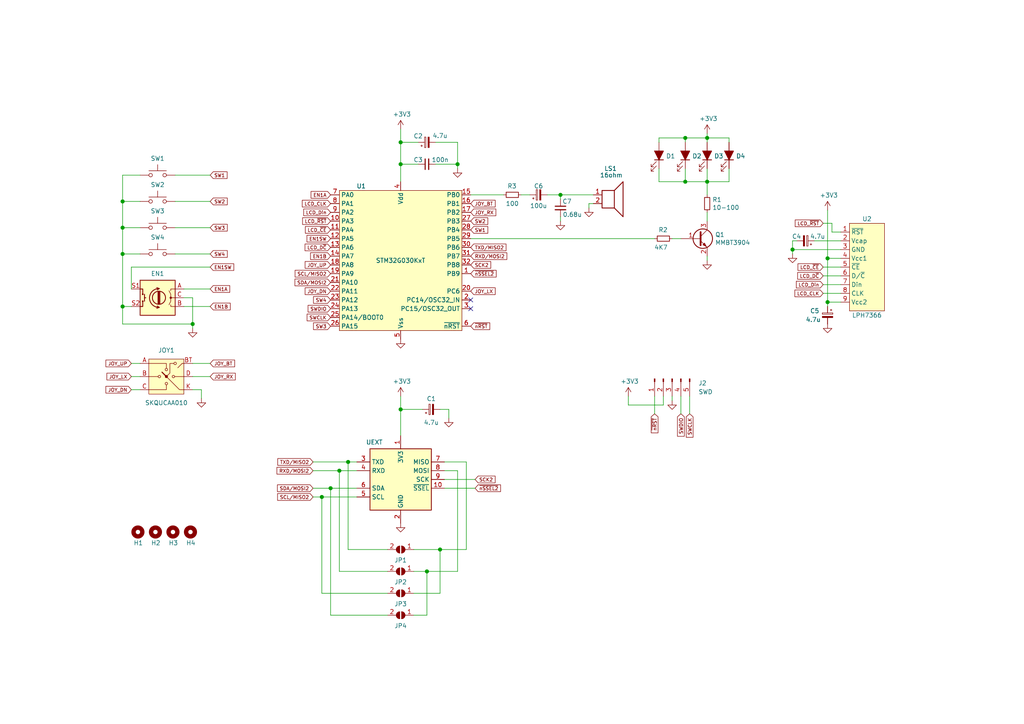
<source format=kicad_sch>
(kicad_sch (version 20201015) (generator eeschema)
  (page 1 1)
  (paper "A4")
  (title_block (title "Tosta") (date "2020-06-03") (rev "A") (comment 3 "Display: LPH7366 / Nokia 5110 LCD (PCD8544 driver)") (comment 4 "The ultimate front panel interface") (comment 5 "Output on"))
  (lib_symbols
    (symbol "Connector:Conn_01x05_Male" (pin_names (offset 1.016) hide)
      (property "Reference" "J" (at 0 7.62 0))
      (property "Value" "Conn_01x05_Male" (at 0 -7.62 0))
      (symbol "Conn_01x05_Male_1_1"
        (rectangle (start 0.8636 -4.953) (end 0 -5.207) (stroke (width 0.1524)) (fill (type outline)))
        (rectangle (start 0.8636 -2.413) (end 0 -2.667) (stroke (width 0.1524)) (fill (type outline)))
        (rectangle (start 0.8636 0.127) (end 0 -0.127) (stroke (width 0.1524)) (fill (type outline)))
        (rectangle (start 0.8636 2.667) (end 0 2.413) (stroke (width 0.1524)) (fill (type outline)))
        (rectangle (start 0.8636 5.207) (end 0 4.953) (stroke (width 0.1524)) (fill (type outline)))
        (polyline (pts (xy 1.27 -5.08) (xy 0.8636 -5.08)) (stroke (width 0.1524)))
        (polyline (pts (xy 1.27 -2.54) (xy 0.8636 -2.54)) (stroke (width 0.1524)))
        (polyline (pts (xy 1.27 0) (xy 0.8636 0)) (stroke (width 0.1524)))
        (polyline (pts (xy 1.27 2.54) (xy 0.8636 2.54)) (stroke (width 0.1524)))
        (polyline (pts (xy 1.27 5.08) (xy 0.8636 5.08)) (stroke (width 0.1524)))
        (pin passive line (at 5.08 5.08 180) (length 3.81) (name "Pin_1") (number "1"))
        (pin passive line (at 5.08 2.54 180) (length 3.81) (name "Pin_2") (number "2"))
        (pin passive line (at 5.08 0 180) (length 3.81) (name "Pin_3") (number "3"))
        (pin passive line (at 5.08 -2.54 180) (length 3.81) (name "Pin_4") (number "4"))
        (pin passive line (at 5.08 -5.08 180) (length 3.81) (name "Pin_5") (number "5"))
      )
    )
    (symbol "Connector:UEXT_Host"
      (property "Reference" "J" (at 5.08 10.16 0))
      (property "Value" "UEXT_Host" (at 6.35 -10.16 0))
      (symbol "UEXT_Host_1_1"
        (rectangle (start -8.89 8.89) (end 8.89 -8.89) (stroke (width 0.254)) (fill (type background)))
        (pin power_in line (at 0 12.7 270) (length 3.81) (name "3V3") (number "1"))
        (pin output line (at 12.7 -2.54 180) (length 3.81) (name "~SSEL") (number "10"))
        (pin power_in line (at 0 -12.7 90) (length 3.81) (name "GND") (number "2"))
        (pin output line (at -12.7 5.08 0) (length 3.81) (name "TXD") (number "3"))
        (pin input line (at -12.7 2.54 0) (length 3.81) (name "RXD") (number "4"))
        (pin output line (at -12.7 -5.08 0) (length 3.81) (name "SCL") (number "5"))
        (pin bidirectional line (at -12.7 -2.54 0) (length 3.81) (name "SDA") (number "6"))
        (pin output line (at 12.7 5.08 180) (length 3.81) (name "MISO") (number "7"))
        (pin input line (at 12.7 2.54 180) (length 3.81) (name "MOSI") (number "8"))
        (pin output line (at 12.7 0 180) (length 3.81) (name "SCK") (number "9"))
      )
    )
    (symbol "Device:CP_Small" (pin_numbers hide) (pin_names (offset 0.254) hide)
      (property "Reference" "C" (at 0.254 1.778 0))
      (property "Value" "CP_Small" (at 0.254 -2.032 0))
      (symbol "CP_Small_0_1"
        (rectangle (start -1.524 -0.3048) (end 1.524 -0.6858) (fill (type outline)))
        (rectangle (start -1.524 0.6858) (end 1.524 0.3048))
        (polyline (pts (xy -1.27 1.524) (xy -0.762 1.524)))
        (polyline (pts (xy -1.016 1.27) (xy -1.016 1.778)))
      )
      (symbol "CP_Small_1_1"
        (pin passive line (at 0 2.54 270) (length 1.8542) (name "~") (number "1"))
        (pin passive line (at 0 -2.54 90) (length 1.8542) (name "~") (number "2"))
      )
    )
    (symbol "Device:CP_Small_1" (pin_numbers hide) (pin_names (offset 0.254) hide)
      (property "Reference" "C" (at 0.254 1.778 0))
      (property "Value" "CP_Small" (at 0.254 -2.032 0))
      (symbol "CP_Small_1_0_1"
        (rectangle (start -1.524 -0.3048) (end 1.524 -0.6858) (fill (type outline)))
        (rectangle (start -1.524 0.6858) (end 1.524 0.3048))
        (polyline (pts (xy -1.27 1.524) (xy -0.762 1.524)))
        (polyline (pts (xy -1.016 1.27) (xy -1.016 1.778)))
      )
      (symbol "CP_Small_1_1_1"
        (pin passive line (at 0 2.54 270) (length 1.8542) (name "~") (number "1"))
        (pin passive line (at 0 -2.54 90) (length 1.8542) (name "~") (number "2"))
      )
    )
    (symbol "Device:CP_Small_2" (pin_numbers hide) (pin_names (offset 0.254) hide)
      (property "Reference" "C" (at 0.254 1.778 0))
      (property "Value" "CP_Small" (at 0.254 -2.032 0))
      (symbol "CP_Small_2_0_1"
        (rectangle (start -1.524 -0.3048) (end 1.524 -0.6858) (fill (type outline)))
        (rectangle (start -1.524 0.6858) (end 1.524 0.3048))
        (polyline (pts (xy -1.27 1.524) (xy -0.762 1.524)))
        (polyline (pts (xy -1.016 1.27) (xy -1.016 1.778)))
      )
      (symbol "CP_Small_2_1_1"
        (pin passive line (at 0 2.54 270) (length 1.8542) (name "~") (number "1"))
        (pin passive line (at 0 -2.54 90) (length 1.8542) (name "~") (number "2"))
      )
    )
    (symbol "Device:C_Small" (pin_numbers hide) (pin_names (offset 0.254) hide)
      (property "Reference" "C" (at 0.254 1.778 0))
      (property "Value" "C_Small" (at 0.254 -2.032 0))
      (symbol "C_Small_0_1"
        (polyline (pts (xy -1.524 -0.508) (xy 1.524 -0.508)) (stroke (width 0.3302)))
        (polyline (pts (xy -1.524 0.508) (xy 1.524 0.508)) (stroke (width 0.3048)))
      )
      (symbol "C_Small_1_1"
        (pin passive line (at 0 2.54 270) (length 2.032) (name "~") (number "1"))
        (pin passive line (at 0 -2.54 90) (length 2.032) (name "~") (number "2"))
      )
    )
    (symbol "Device:LED_ALT" (pin_numbers hide) (pin_names hide)
      (property "Reference" "D" (at 0 2.54 0))
      (property "Value" "LED_ALT" (at 0 -2.54 0))
      (symbol "LED_ALT_0_1"
        (polyline (pts (xy -1.27 -1.27) (xy -1.27 1.27)) (stroke (width 0.254)))
        (polyline (pts (xy -1.27 0) (xy 1.27 0)))
        (polyline (pts (xy 1.27 -1.27) (xy 1.27 1.27) (xy -1.27 0) (xy 1.27 -1.27)) (stroke (width 0.254)) (fill (type outline)))
        (polyline (pts (xy -3.048 -0.762) (xy -4.572 -2.286) (xy -3.81 -2.286) (xy -4.572 -2.286) (xy -4.572 -1.524)))
        (polyline (pts (xy -1.778 -0.762) (xy -3.302 -2.286) (xy -2.54 -2.286) (xy -3.302 -2.286) (xy -3.302 -1.524)))
      )
      (symbol "LED_ALT_1_1"
        (pin passive line (at -3.81 0 0) (length 2.54) (name "K") (number "1"))
        (pin passive line (at 3.81 0 180) (length 2.54) (name "A") (number "2"))
      )
    )
    (symbol "Device:R_Small" (pin_numbers hide) (pin_names (offset 0.254) hide)
      (property "Reference" "R" (at 0.762 0.508 0))
      (property "Value" "R_Small" (at 0.762 -1.016 0))
      (symbol "R_Small_0_1"
        (rectangle (start -0.762 1.778) (end 0.762 -1.778) (stroke (width 0.2032)))
      )
      (symbol "R_Small_1_1"
        (pin passive line (at 0 2.54 270) (length 0.762) (name "~") (number "1"))
        (pin passive line (at 0 -2.54 90) (length 0.762) (name "~") (number "2"))
      )
    )
    (symbol "Device:Rotary_Encoder_Switch" (pin_names (offset 0.254) hide)
      (property "Reference" "SW" (at 0 6.604 0))
      (property "Value" "Rotary_Encoder_Switch" (at 0 -6.604 0))
      (symbol "Rotary_Encoder_Switch_0_1"
        (arc (start -0.381 -2.794) (end -0.381 2.667) (radius (at -0.381 -0.0508) (length 2.7432) (angles -89.9 89.9)) (stroke (width 0.254)))
        (circle (center -3.81 0) (radius 0.254) (fill (type outline)))
        (circle (center -0.381 0) (radius 1.905) (stroke (width 0.254)))
        (circle (center 4.318 -1.016) (radius 0.127) (stroke (width 0.254)))
        (circle (center 4.318 1.016) (radius 0.127) (stroke (width 0.254)))
        (rectangle (start -5.08 5.08) (end 5.08 -5.08) (stroke (width 0.254)) (fill (type background)))
        (polyline (pts (xy -0.635 -1.778) (xy -0.635 1.778)) (stroke (width 0.254)))
        (polyline (pts (xy -0.381 -1.778) (xy -0.381 1.778)) (stroke (width 0.254)))
        (polyline (pts (xy -0.127 1.778) (xy -0.127 -1.778)) (stroke (width 0.254)))
        (polyline (pts (xy 3.81 0) (xy 3.429 0)) (stroke (width 0.254)))
        (polyline (pts (xy 3.81 1.016) (xy 3.81 -1.016)) (stroke (width 0.254)))
        (polyline (pts (xy -5.08 -2.54) (xy -3.81 -2.54) (xy -3.81 -2.032)))
        (polyline (pts (xy -5.08 2.54) (xy -3.81 2.54) (xy -3.81 2.032)))
        (polyline (pts (xy 0.254 -3.048) (xy -0.508 -2.794) (xy 0.127 -2.413)) (stroke (width 0.254)))
        (polyline (pts (xy 0.254 2.921) (xy -0.508 2.667) (xy 0.127 2.286)) (stroke (width 0.254)))
        (polyline (pts (xy 5.08 -2.54) (xy 4.318 -2.54) (xy 4.318 -1.016)) (stroke (width 0.254)))
        (polyline (pts (xy 5.08 2.54) (xy 4.318 2.54) (xy 4.318 1.016)) (stroke (width 0.254)))
        (polyline (pts (xy -5.08 0) (xy -3.81 0) (xy -3.81 -1.016) (xy -3.302 -2.032)))
        (polyline (pts (xy -4.318 0) (xy -3.81 0) (xy -3.81 1.016) (xy -3.302 2.032)))
      )
      (symbol "Rotary_Encoder_Switch_1_1"
        (pin passive line (at -7.62 2.54 0) (length 2.54) (name "A") (number "A"))
        (pin passive line (at -7.62 -2.54 0) (length 2.54) (name "B") (number "B"))
        (pin passive line (at -7.62 0 0) (length 2.54) (name "C") (number "C"))
        (pin passive line (at 7.62 2.54 180) (length 2.54) (name "S1") (number "S1"))
        (pin passive line (at 7.62 -2.54 180) (length 2.54) (name "S2") (number "S2"))
      )
    )
    (symbol "Device:Speaker" (pin_names (offset 0) hide)
      (property "Reference" "LS" (at 1.27 5.715 0))
      (property "Value" "Speaker" (at 1.27 3.81 0))
      (symbol "Speaker_0_0"
        (rectangle (start -2.54 1.27) (end 1.016 -3.81) (stroke (width 0.254)))
        (polyline (pts (xy 1.016 1.27) (xy 3.556 3.81) (xy 3.556 -6.35) (xy 1.016 -3.81)) (stroke (width 0.254)))
      )
      (symbol "Speaker_1_1"
        (pin input line (at -5.08 0 0) (length 2.54) (name "1") (number "1"))
        (pin input line (at -5.08 -2.54 0) (length 2.54) (name "2") (number "2"))
      )
    )
    (symbol "Jumper:SolderJumper_2_Open" (pin_names (offset 0) hide)
      (property "Reference" "JP" (at 0 2.032 0))
      (property "Value" "SolderJumper_2_Open" (at 0 -2.54 0))
      (symbol "SolderJumper_2_Open_0_1"
        (arc (start -0.254 1.016) (end -0.254 -1.016) (radius (at -0.254 0) (length 1.016) (angles 90.1 -90.1)))
        (arc (start -0.254 1.016) (end -0.254 -1.016) (radius (at -0.254 0) (length 1.016) (angles 90.1 -90.1)) (fill (type outline)))
        (arc (start 0.254 -1.016) (end 0.254 1.016) (radius (at 0.254 0) (length 1.016) (angles -89.9 89.9)))
        (arc (start 0.254 -1.016) (end 0.254 1.016) (radius (at 0.254 0) (length 1.016) (angles -89.9 89.9)) (fill (type outline)))
        (polyline (pts (xy -0.254 1.016) (xy -0.254 -1.016)))
        (polyline (pts (xy 0.254 1.016) (xy 0.254 -1.016)))
      )
      (symbol "SolderJumper_2_Open_1_1"
        (pin passive line (at -3.81 0 0) (length 2.54) (name "A") (number "1"))
        (pin passive line (at 3.81 0 180) (length 2.54) (name "B") (number "2"))
      )
    )
    (symbol "Mechanical:MountingHole" (pin_names (offset 1.016))
      (property "Reference" "H" (at 0 5.08 0))
      (property "Value" "MountingHole" (at 0 3.175 0))
      (symbol "MountingHole_0_1"
        (circle (center 0 0) (radius 1.27) (stroke (width 1.27)))
      )
    )
    (symbol "Switch:SW_Push" (pin_numbers hide) (pin_names hide)
      (property "Reference" "SW" (at 1.27 2.54 0))
      (property "Value" "SW_Push" (at 0 -1.524 0))
      (symbol "SW_Push_0_1"
        (circle (center -2.032 0) (radius 0.508))
        (circle (center 2.032 0) (radius 0.508))
        (polyline (pts (xy 0 1.27) (xy 0 3.048)))
        (polyline (pts (xy 2.54 1.27) (xy -2.54 1.27)))
        (pin passive line (at -5.08 0 0) (length 2.54) (name "1") (number "1"))
        (pin passive line (at 5.08 0 180) (length 2.54) (name "2") (number "2"))
      )
    )
    (symbol "Transistor_BJT:MMBT3904" (pin_names (offset 0) hide)
      (property "Reference" "Q" (at 5.08 1.905 0))
      (property "Value" "MMBT3904" (at 5.08 0 0))
      (symbol "MMBT3904_0_1"
        (circle (center 1.27 0) (radius 2.8194) (stroke (width 0.254)))
        (polyline (pts (xy 0.635 0.635) (xy 2.54 2.54)))
        (polyline (pts (xy 0.635 -0.635) (xy 2.54 -2.54) (xy 2.54 -2.54)))
        (polyline (pts (xy 0.635 1.905) (xy 0.635 -1.905) (xy 0.635 -1.905)) (stroke (width 0.508)))
        (polyline (pts (xy 1.27 -1.778) (xy 1.778 -1.27) (xy 2.286 -2.286) (xy 1.27 -1.778) (xy 1.27 -1.778)) (fill (type outline)))
      )
      (symbol "MMBT3904_1_1"
        (pin input line (at -5.08 0 0) (length 5.715) (name "B") (number "1"))
        (pin passive line (at 2.54 -5.08 90) (length 2.54) (name "E") (number "2"))
        (pin passive line (at 2.54 5.08 270) (length 2.54) (name "C") (number "3"))
      )
    )
    (symbol "power:+3.3V" (power) (pin_names (offset 0))
      (property "Value" "+3.3V" (at 0 3.556 0))
      (symbol "+3.3V_0_1"
        (polyline (pts (xy -0.762 1.27) (xy 0 2.54)))
        (polyline (pts (xy 0 0) (xy 0 2.54)))
        (polyline (pts (xy 0 2.54) (xy 0.762 1.27)))
      )
      (symbol "+3.3V_1_1"
        (pin power_in line (at 0 0 90) (length 0) hide (name "+3V3") (number "1"))
      )
    )
    (symbol "power:GND" (power) (pin_names (offset 0))
      (property "Value" "GND" (at 0 -3.81 0))
      (symbol "GND_0_1"
        (polyline (pts (xy 0 0) (xy 0 -1.27) (xy 1.27 -1.27) (xy 0 -2.54) (xy -1.27 -1.27) (xy 0 -1.27)))
      )
      (symbol "GND_1_1"
        (pin power_in line (at 0 0 270) (length 0) hide (name "GND") (number "1"))
      )
    )
    (symbol "tosta:LPH7366"
      (property "Reference" "U" (at 0 -13.97 0))
      (property "Value" "LPH7366" (at 0 13.97 0))
      (symbol "LPH7366_0_1"
        (rectangle (start -5.08 12.7) (end 5.08 -12.7) (fill (type background)))
      )
      (symbol "LPH7366_1_1"
        (pin input line (at -7.62 10.16 0) (length 2.54) (name "~RST") (number "1"))
        (pin passive line (at -7.62 7.62 0) (length 2.54) (name "Vcap") (number "2"))
        (pin passive line (at -7.62 5.08 0) (length 2.54) (name "GND") (number "3"))
        (pin passive line (at -7.62 2.54 0) (length 2.54) (name "Vcc1") (number "4"))
        (pin input line (at -7.62 0 0) (length 2.54) (name "~CE") (number "5"))
        (pin input line (at -7.62 -2.54 0) (length 2.54) (name "D/~C") (number "6"))
        (pin input line (at -7.62 -5.08 0) (length 2.54) (name "Din") (number "7"))
        (pin input line (at -7.62 -7.62 0) (length 2.54) (name "CLK") (number "8"))
        (pin passive line (at -7.62 -10.16 0) (length 2.54) (name "Vcc2") (number "9"))
      )
    )
    (symbol "tosta:SKQUCAA010"
      (property "Reference" "SW" (at 0 7.62 0))
      (property "Value" "SKQUCAA010" (at 0 -7.62 0))
      (symbol "SKQUCAA010_0_1"
        (circle (center -2.032 0) (radius 0.3592) (stroke (width 0.152)))
        (circle (center 0 -2.032) (radius 0.3592) (stroke (width 0.152)))
        (circle (center 0 2.032) (radius 0.3592) (stroke (width 0.152)))
        (circle (center 2.032 0) (radius 0.3592) (stroke (width 0.152)))
        (circle (center 2.54 3.81) (radius 0.3592) (stroke (width 0.152)))
        (circle (center 0 0) (radius 0.3592) (stroke (width 0.152)) (fill (type outline)))
        (rectangle (start -5.08 5.08) (end 5.08 -5.08) (stroke (width 0.152)) (fill (type background)))
        (polyline (pts (xy -5.08 0) (xy -2.413 0)))
        (polyline (pts (xy 0 0) (xy -1.27 1.27)) (stroke (width 0.304)))
        (polyline (pts (xy 4.572 3.81) (xy 3.302 2.54)))
        (polyline (pts (xy 5.08 0) (xy 2.413 0)))
        (polyline (pts (xy 5.08 3.81) (xy 4.572 3.81)))
        (polyline (pts (xy -5.08 -3.81) (xy 0 -3.81) (xy 0 -2.413)))
        (polyline (pts (xy -5.08 3.81) (xy 0 3.81) (xy 0 2.413)))
        (polyline (pts (xy 5.08 -3.81) (xy 3.81 -3.81) (xy 0 0)))
        (polyline (pts (xy 0 0) (xy 1.016 1.016) (xy 1.016 3.81) (xy 2.159 3.81)))
      )
      (symbol "SKQUCAA010_1_1"
        (pin passive line (at -7.62 3.81 0) (length 2.54) (name "~") (number "A"))
        (pin passive line (at -7.62 0 0) (length 2.54) (name "~") (number "B"))
        (pin passive line (at 7.62 3.81 180) (length 2.54) (name "~") (number "BT"))
        (pin passive line (at -7.62 -3.81 0) (length 2.54) (name "~") (number "C"))
        (pin passive line (at 7.62 0 180) (length 2.54) (name "~") (number "D"))
        (pin passive line (at 7.62 -3.81 180) (length 2.54) (name "~") (number "K"))
      )
    )
    (symbol "tosta:STM32G030KxT"
      (property "Reference" "U" (at -16.51 -21.59 0))
      (property "Value" "STM32G030KxT" (at 0 0 0))
      (symbol "STM32G030KxT_0_1"
        (rectangle (start -17.78 20.32) (end 17.78 -20.32) (fill (type background)))
      )
      (symbol "STM32G030KxT_1_1"
        (pin passive line (at 20.32 -3.81 180) (length 2.54) (name "PB9") (number "1"))
        (pin passive line (at -20.32 11.43 0) (length 2.54) (name "PA3") (number "10"))
        (pin passive line (at -20.32 8.89 0) (length 2.54) (name "PA4") (number "11"))
        (pin passive line (at -20.32 6.35 0) (length 2.54) (name "PA5") (number "12"))
        (pin passive line (at -20.32 3.81 0) (length 2.54) (name "PA6") (number "13"))
        (pin passive line (at -20.32 1.27 0) (length 2.54) (name "PA7") (number "14"))
        (pin passive line (at 20.32 19.05 180) (length 2.54) (name "PB0") (number "15"))
        (pin passive line (at 20.32 16.51 180) (length 2.54) (name "PB1") (number "16"))
        (pin passive line (at 20.32 13.97 180) (length 2.54) (name "PB2") (number "17"))
        (pin passive line (at -20.32 -1.27 0) (length 2.54) (name "PA8") (number "18"))
        (pin passive line (at -20.32 -3.81 0) (length 2.54) (name "PA9") (number "19"))
        (pin passive line (at 20.32 -11.43 180) (length 2.54) (name "PC14/OSC32_IN") (number "2"))
        (pin passive line (at 20.32 -8.89 180) (length 2.54) (name "PC6") (number "20"))
        (pin passive line (at -20.32 -6.35 0) (length 2.54) (name "PA10") (number "21"))
        (pin passive line (at -20.32 -8.89 0) (length 2.54) (name "PA11") (number "22"))
        (pin passive line (at -20.32 -11.43 0) (length 2.54) (name "PA12") (number "23"))
        (pin passive line (at -20.32 -13.97 0) (length 2.54) (name "PA13") (number "24"))
        (pin passive line (at -20.32 -16.51 0) (length 2.54) (name "PA14/BOOT0") (number "25"))
        (pin passive line (at -20.32 -19.05 0) (length 2.54) (name "PA15") (number "26"))
        (pin passive line (at 20.32 11.43 180) (length 2.54) (name "PB3") (number "27"))
        (pin passive line (at 20.32 8.89 180) (length 2.54) (name "PB4") (number "28"))
        (pin passive line (at 20.32 6.35 180) (length 2.54) (name "PB5") (number "29"))
        (pin passive line (at 20.32 -13.97 180) (length 2.54) (name "PC15/OSC32_OUT") (number "3"))
        (pin passive line (at 20.32 3.81 180) (length 2.54) (name "PB6") (number "30"))
        (pin passive line (at 20.32 1.27 180) (length 2.54) (name "PB7") (number "31"))
        (pin passive line (at 20.32 -1.27 180) (length 2.54) (name "PB8") (number "32"))
        (pin passive line (at 0 22.86 270) (length 2.54) (name "Vdd") (number "4"))
        (pin passive line (at 0 -22.86 90) (length 2.54) (name "Vss") (number "5"))
        (pin passive line (at 20.32 -19.05 180) (length 2.54) (name "~nRST") (number "6"))
        (pin passive line (at -20.32 19.05 0) (length 2.54) (name "PA0") (number "7"))
        (pin passive line (at -20.32 16.51 0) (length 2.54) (name "PA1") (number "8"))
        (pin passive line (at -20.32 13.97 0) (length 2.54) (name "PA2") (number "9"))
      )
    )
  )
  (junction (at 35.56 58.42) (diameter 1.016))
  (junction (at 35.56 66.04) (diameter 1.016))
  (junction (at 35.56 73.66) (diameter 1.016))
  (junction (at 35.56 88.9) (diameter 1.016))
  (junction (at 55.88 93.98) (diameter 1.016))
  (junction (at 93.345 144.145) (diameter 1.016))
  (junction (at 95.885 141.605) (diameter 1.016))
  (junction (at 98.425 136.525) (diameter 1.016))
  (junction (at 100.965 133.985) (diameter 1.016))
  (junction (at 116.205 41.275) (diameter 1.016))
  (junction (at 116.205 47.625) (diameter 1.016))
  (junction (at 116.205 118.745) (diameter 1.016))
  (junction (at 123.825 165.735) (diameter 1.016))
  (junction (at 127.635 159.385) (diameter 1.016))
  (junction (at 132.715 47.625) (diameter 1.016))
  (junction (at 162.56 56.515) (diameter 1.016))
  (junction (at 198.755 40.005) (diameter 1.016))
  (junction (at 198.755 52.705) (diameter 1.016))
  (junction (at 205.105 40.005) (diameter 1.016))
  (junction (at 205.105 52.705) (diameter 1.016))
  (junction (at 229.87 72.39) (diameter 1.016))
  (junction (at 240.03 74.93) (diameter 1.016))
  (junction (at 240.03 87.63) (diameter 1.016))
  (no_connect (at 136.525 86.995))
  (no_connect (at 136.525 89.535))
  (wire (pts (xy 35.56 50.8) (xy 35.56 58.42)))
  (wire (pts (xy 35.56 58.42) (xy 35.56 66.04)))
  (wire (pts (xy 35.56 66.04) (xy 35.56 73.66)))
  (wire (pts (xy 35.56 73.66) (xy 35.56 88.9)))
  (wire (pts (xy 35.56 88.9) (xy 35.56 93.98)))
  (wire (pts (xy 38.1 77.47) (xy 60.96 77.47)))
  (wire (pts (xy 38.1 83.82) (xy 38.1 77.47)))
  (wire (pts (xy 38.1 88.9) (xy 35.56 88.9)))
  (wire (pts (xy 38.1 105.41) (xy 40.64 105.41)))
  (wire (pts (xy 38.1 109.22) (xy 40.64 109.22)))
  (wire (pts (xy 38.1 113.03) (xy 40.64 113.03)))
  (wire (pts (xy 40.64 50.8) (xy 35.56 50.8)))
  (wire (pts (xy 40.64 58.42) (xy 35.56 58.42)))
  (wire (pts (xy 40.64 66.04) (xy 35.56 66.04)))
  (wire (pts (xy 40.64 73.66) (xy 35.56 73.66)))
  (wire (pts (xy 53.34 86.36) (xy 55.88 86.36)))
  (wire (pts (xy 55.88 86.36) (xy 55.88 93.98)))
  (wire (pts (xy 55.88 93.98) (xy 35.56 93.98)))
  (wire (pts (xy 55.88 93.98) (xy 55.88 95.25)))
  (wire (pts (xy 55.88 105.41) (xy 60.96 105.41)))
  (wire (pts (xy 55.88 109.22) (xy 60.96 109.22)))
  (wire (pts (xy 55.88 113.03) (xy 58.42 113.03)))
  (wire (pts (xy 58.42 113.03) (xy 58.42 115.57)))
  (wire (pts (xy 60.96 50.8) (xy 50.8 50.8)))
  (wire (pts (xy 60.96 58.42) (xy 50.8 58.42)))
  (wire (pts (xy 60.96 66.04) (xy 50.8 66.04)))
  (wire (pts (xy 60.96 73.66) (xy 50.8 73.66)))
  (wire (pts (xy 60.96 83.82) (xy 53.34 83.82)))
  (wire (pts (xy 60.96 88.9) (xy 53.34 88.9)))
  (wire (pts (xy 90.805 133.985) (xy 100.965 133.985)))
  (wire (pts (xy 90.805 136.525) (xy 98.425 136.525)))
  (wire (pts (xy 90.805 141.605) (xy 95.885 141.605)))
  (wire (pts (xy 90.805 144.145) (xy 93.345 144.145)))
  (wire (pts (xy 93.345 144.145) (xy 103.505 144.145)))
  (wire (pts (xy 93.345 172.085) (xy 93.345 144.145)))
  (wire (pts (xy 95.885 141.605) (xy 103.505 141.605)))
  (wire (pts (xy 95.885 178.435) (xy 95.885 141.605)))
  (wire (pts (xy 98.425 136.525) (xy 103.505 136.525)))
  (wire (pts (xy 98.425 165.735) (xy 98.425 136.525)))
  (wire (pts (xy 100.965 133.985) (xy 103.505 133.985)))
  (wire (pts (xy 100.965 159.385) (xy 100.965 133.985)))
  (wire (pts (xy 112.395 159.385) (xy 100.965 159.385)))
  (wire (pts (xy 112.395 165.735) (xy 98.425 165.735)))
  (wire (pts (xy 112.395 172.085) (xy 93.345 172.085)))
  (wire (pts (xy 112.395 178.435) (xy 95.885 178.435)))
  (wire (pts (xy 116.205 37.465) (xy 116.205 41.275)))
  (wire (pts (xy 116.205 41.275) (xy 116.205 47.625)))
  (wire (pts (xy 116.205 41.275) (xy 121.285 41.275)))
  (wire (pts (xy 116.205 47.625) (xy 116.205 52.705)))
  (wire (pts (xy 116.205 47.625) (xy 121.285 47.625)))
  (wire (pts (xy 116.205 114.935) (xy 116.205 118.745)))
  (wire (pts (xy 116.205 118.745) (xy 116.205 126.365)))
  (wire (pts (xy 116.205 118.745) (xy 122.555 118.745)))
  (wire (pts (xy 120.015 159.385) (xy 127.635 159.385)))
  (wire (pts (xy 120.015 165.735) (xy 123.825 165.735)))
  (wire (pts (xy 123.825 165.735) (xy 123.825 178.435)))
  (wire (pts (xy 123.825 165.735) (xy 132.715 165.735)))
  (wire (pts (xy 123.825 178.435) (xy 120.015 178.435)))
  (wire (pts (xy 126.365 41.275) (xy 132.715 41.275)))
  (wire (pts (xy 126.365 47.625) (xy 132.715 47.625)))
  (wire (pts (xy 127.635 118.745) (xy 130.175 118.745)))
  (wire (pts (xy 127.635 159.385) (xy 127.635 172.085)))
  (wire (pts (xy 127.635 159.385) (xy 135.255 159.385)))
  (wire (pts (xy 127.635 172.085) (xy 120.015 172.085)))
  (wire (pts (xy 128.905 133.985) (xy 135.255 133.985)))
  (wire (pts (xy 128.905 139.065) (xy 137.795 139.065)))
  (wire (pts (xy 128.905 141.605) (xy 137.795 141.605)))
  (wire (pts (xy 130.175 118.745) (xy 130.175 121.285)))
  (wire (pts (xy 132.715 41.275) (xy 132.715 47.625)))
  (wire (pts (xy 132.715 47.625) (xy 132.715 48.895)))
  (wire (pts (xy 132.715 136.525) (xy 128.905 136.525)))
  (wire (pts (xy 132.715 165.735) (xy 132.715 136.525)))
  (wire (pts (xy 135.255 133.985) (xy 135.255 159.385)))
  (wire (pts (xy 136.525 56.515) (xy 146.05 56.515)))
  (wire (pts (xy 136.525 69.215) (xy 189.865 69.215)))
  (wire (pts (xy 151.13 56.515) (xy 153.67 56.515)))
  (wire (pts (xy 158.75 56.515) (xy 162.56 56.515)))
  (wire (pts (xy 162.56 56.515) (xy 162.56 57.785)))
  (wire (pts (xy 162.56 56.515) (xy 172.085 56.515)))
  (wire (pts (xy 162.56 62.865) (xy 162.56 64.135)))
  (wire (pts (xy 170.815 59.055) (xy 170.815 60.325)))
  (wire (pts (xy 172.085 59.055) (xy 170.815 59.055)))
  (wire (pts (xy 182.245 114.935) (xy 182.245 117.475)))
  (wire (pts (xy 182.245 117.475) (xy 192.405 117.475)))
  (wire (pts (xy 189.865 114.935) (xy 189.865 120.015)))
  (wire (pts (xy 191.135 40.005) (xy 198.755 40.005)))
  (wire (pts (xy 191.135 41.275) (xy 191.135 40.005)))
  (wire (pts (xy 191.135 48.895) (xy 191.135 52.705)))
  (wire (pts (xy 191.135 52.705) (xy 198.755 52.705)))
  (wire (pts (xy 192.405 114.935) (xy 192.405 117.475)))
  (wire (pts (xy 194.945 69.215) (xy 197.485 69.215)))
  (wire (pts (xy 194.945 114.935) (xy 194.945 116.205)))
  (wire (pts (xy 197.485 114.935) (xy 197.485 120.015)))
  (wire (pts (xy 198.755 40.005) (xy 198.755 41.275)))
  (wire (pts (xy 198.755 40.005) (xy 205.105 40.005)))
  (wire (pts (xy 198.755 48.895) (xy 198.755 52.705)))
  (wire (pts (xy 200.025 114.935) (xy 200.025 120.015)))
  (wire (pts (xy 205.105 38.735) (xy 205.105 40.005)))
  (wire (pts (xy 205.105 40.005) (xy 205.105 41.275)))
  (wire (pts (xy 205.105 40.005) (xy 211.455 40.005)))
  (wire (pts (xy 205.105 48.895) (xy 205.105 52.705)))
  (wire (pts (xy 205.105 52.705) (xy 198.755 52.705)))
  (wire (pts (xy 205.105 52.705) (xy 205.105 56.515)))
  (wire (pts (xy 205.105 61.595) (xy 205.105 64.135)))
  (wire (pts (xy 205.105 74.295) (xy 205.105 75.565)))
  (wire (pts (xy 211.455 40.005) (xy 211.455 41.275)))
  (wire (pts (xy 211.455 48.895) (xy 211.455 52.705)))
  (wire (pts (xy 211.455 52.705) (xy 205.105 52.705)))
  (wire (pts (xy 229.87 69.85) (xy 229.87 72.39)))
  (wire (pts (xy 229.87 72.39) (xy 229.87 73.66)))
  (wire (pts (xy 229.87 72.39) (xy 243.84 72.39)))
  (wire (pts (xy 231.14 69.85) (xy 229.87 69.85)))
  (wire (pts (xy 236.22 69.85) (xy 243.84 69.85)))
  (wire (pts (xy 238.76 64.77) (xy 241.3 64.77)))
  (wire (pts (xy 238.76 77.47) (xy 243.84 77.47)))
  (wire (pts (xy 238.76 80.01) (xy 243.84 80.01)))
  (wire (pts (xy 238.76 82.55) (xy 243.84 82.55)))
  (wire (pts (xy 238.76 85.09) (xy 243.84 85.09)))
  (wire (pts (xy 240.03 60.96) (xy 240.03 74.93)))
  (wire (pts (xy 240.03 74.93) (xy 240.03 87.63)))
  (wire (pts (xy 240.03 87.63) (xy 240.03 88.9)))
  (wire (pts (xy 240.03 87.63) (xy 243.84 87.63)))
  (wire (pts (xy 241.3 64.77) (xy 241.3 67.31)))
  (wire (pts (xy 241.3 67.31) (xy 243.84 67.31)))
  (wire (pts (xy 243.84 74.93) (xy 240.03 74.93)))
  (global_label "JOY_UP" (shape input) (at 38.1 105.41 180) (property "Intersheet References" "${INTERSHEET_REFS}" (effects hide)) (effects (font (size 1 1))))
  (global_label "JOY_LX" (shape input) (at 38.1 109.22 180) (property "Intersheet References" "${INTERSHEET_REFS}" (effects hide)) (effects (font (size 1 1))))
  (global_label "JOY_DN" (shape input) (at 38.1 113.03 180) (property "Intersheet References" "${INTERSHEET_REFS}" (effects hide)) (effects (font (size 1 1))))
  (global_label "SW1" (shape input) (at 60.96 50.8 0) (property "Intersheet References" "${INTERSHEET_REFS}" (effects hide)) (effects (font (size 0.9906 0.9906))))
  (global_label "SW2" (shape input) (at 60.96 58.42 0) (property "Intersheet References" "${INTERSHEET_REFS}" (effects hide)) (effects (font (size 1 1))))
  (global_label "SW3" (shape input) (at 60.96 66.04 0) (property "Intersheet References" "${INTERSHEET_REFS}" (effects hide)) (effects (font (size 1 1))))
  (global_label "SW4" (shape input) (at 60.96 73.66 0) (property "Intersheet References" "${INTERSHEET_REFS}" (effects hide)) (effects (font (size 1 1))))
  (global_label "EN1SW" (shape input) (at 60.96 77.47 0) (property "Intersheet References" "${INTERSHEET_REFS}" (effects hide)) (effects (font (size 0.991 0.991))))
  (global_label "EN1A" (shape input) (at 60.96 83.82 0) (property "Intersheet References" "${INTERSHEET_REFS}" (effects hide)) (effects (font (size 1 1))))
  (global_label "EN1B" (shape input) (at 60.96 88.9 0) (property "Intersheet References" "${INTERSHEET_REFS}" (effects hide)) (effects (font (size 1 1))))
  (global_label "JOY_BT" (shape input) (at 60.96 105.41 0) (property "Intersheet References" "${INTERSHEET_REFS}" (effects hide)) (effects (font (size 1 1))))
  (global_label "JOY_RX" (shape input) (at 60.96 109.22 0) (property "Intersheet References" "${INTERSHEET_REFS}" (effects hide)) (effects (font (size 1 1))))
  (global_label "TXD{slash}MISO2" (shape input) (at 90.805 133.985 180) (property "Intersheet References" "${INTERSHEET_REFS}" (effects hide)) (effects (font (size 1 1))))
  (global_label "RXD{slash}MOSI2" (shape input) (at 90.805 136.525 180) (property "Intersheet References" "${INTERSHEET_REFS}" (effects hide)) (effects (font (size 1 1))))
  (global_label "SDA{slash}MOSI2" (shape input) (at 90.805 141.605 180) (property "Intersheet References" "${INTERSHEET_REFS}" (effects hide)) (effects (font (size 1 1))))
  (global_label "SCL{slash}MISO2" (shape input) (at 90.805 144.145 180) (property "Intersheet References" "${INTERSHEET_REFS}" (effects hide)) (effects (font (size 1 1))))
  (global_label "EN1A" (shape input) (at 95.885 56.515 180) (property "Intersheet References" "${INTERSHEET_REFS}" (effects hide)) (effects (font (size 1 1))))
  (global_label "LCD_CLK" (shape input) (at 95.885 59.055 180) (property "Intersheet References" "${INTERSHEET_REFS}" (effects hide)) (effects (font (size 0.991 0.991))))
  (global_label "LCD_Din" (shape input) (at 95.885 61.595 180) (property "Intersheet References" "${INTERSHEET_REFS}" (effects hide)) (effects (font (size 0.991 0.991))))
  (global_label "LCD_~RST" (shape input) (at 95.885 64.135 180) (property "Intersheet References" "${INTERSHEET_REFS}" (effects hide)) (effects (font (size 0.991 0.991))))
  (global_label "LCD_~CE" (shape input) (at 95.885 66.675 180) (property "Intersheet References" "${INTERSHEET_REFS}" (effects hide)) (effects (font (size 0.991 0.991))))
  (global_label "EN1SW" (shape input) (at 95.885 69.215 180) (property "Intersheet References" "${INTERSHEET_REFS}" (effects hide)) (effects (font (size 0.991 0.991))))
  (global_label "LCD_D~C" (shape input) (at 95.885 71.755 180) (property "Intersheet References" "${INTERSHEET_REFS}" (effects hide)) (effects (font (size 0.991 0.991))))
  (global_label "EN1B" (shape input) (at 95.885 74.295 180) (property "Intersheet References" "${INTERSHEET_REFS}" (effects hide)) (effects (font (size 1 1))))
  (global_label "JOY_UP" (shape input) (at 95.885 76.835 180) (property "Intersheet References" "${INTERSHEET_REFS}" (effects hide)) (effects (font (size 1 1))))
  (global_label "SCL{slash}MISO2" (shape input) (at 95.885 79.375 180) (property "Intersheet References" "${INTERSHEET_REFS}" (effects hide)) (effects (font (size 1 1))))
  (global_label "SDA{slash}MOSI2" (shape input) (at 95.885 81.915 180) (property "Intersheet References" "${INTERSHEET_REFS}" (effects hide)) (effects (font (size 1 1))))
  (global_label "JOY_DN" (shape input) (at 95.885 84.455 180) (property "Intersheet References" "${INTERSHEET_REFS}" (effects hide)) (effects (font (size 1 1))))
  (global_label "SW4" (shape input) (at 95.885 86.995 180) (property "Intersheet References" "${INTERSHEET_REFS}" (effects hide)) (effects (font (size 1 1))))
  (global_label "SWDIO" (shape input) (at 95.885 89.535 180) (property "Intersheet References" "${INTERSHEET_REFS}" (effects hide)) (effects (font (size 1 1))))
  (global_label "SWCLK" (shape input) (at 95.885 92.075 180) (property "Intersheet References" "${INTERSHEET_REFS}" (effects hide)) (effects (font (size 1 1))))
  (global_label "SW3" (shape input) (at 95.885 94.615 180) (property "Intersheet References" "${INTERSHEET_REFS}" (effects hide)) (effects (font (size 1 1))))
  (global_label "JOY_BT" (shape input) (at 136.525 59.055 0) (property "Intersheet References" "${INTERSHEET_REFS}" (effects hide)) (effects (font (size 1 1))))
  (global_label "JOY_RX" (shape input) (at 136.525 61.595 0) (property "Intersheet References" "${INTERSHEET_REFS}" (effects hide)) (effects (font (size 1 1))))
  (global_label "SW2" (shape input) (at 136.525 64.135 0) (property "Intersheet References" "${INTERSHEET_REFS}" (effects hide)) (effects (font (size 1 1))))
  (global_label "SW1" (shape input) (at 136.525 66.675 0) (property "Intersheet References" "${INTERSHEET_REFS}" (effects hide)) (effects (font (size 1 1))))
  (global_label "TXD{slash}MISO2" (shape input) (at 136.525 71.755 0) (property "Intersheet References" "${INTERSHEET_REFS}" (effects hide)) (effects (font (size 1 1))))
  (global_label "RXD{slash}MOSI2" (shape input) (at 136.525 74.295 0) (property "Intersheet References" "${INTERSHEET_REFS}" (effects hide)) (effects (font (size 1 1))))
  (global_label "SCK2" (shape input) (at 136.525 76.835 0) (property "Intersheet References" "${INTERSHEET_REFS}" (effects hide)) (effects (font (size 1 1))))
  (global_label "~nSSEL2" (shape input) (at 136.525 79.375 0) (property "Intersheet References" "${INTERSHEET_REFS}" (effects hide)) (effects (font (size 1 1))))
  (global_label "JOY_LX" (shape input) (at 136.525 84.455 0) (property "Intersheet References" "${INTERSHEET_REFS}" (effects hide)) (effects (font (size 1 1))))
  (global_label "~nRST" (shape input) (at 136.525 94.615 0) (property "Intersheet References" "${INTERSHEET_REFS}" (effects hide)) (effects (font (size 1 1))))
  (global_label "SCK2" (shape input) (at 137.795 139.065 0) (property "Intersheet References" "${INTERSHEET_REFS}" (effects hide)) (effects (font (size 1 1))))
  (global_label "~nSSEL2" (shape input) (at 137.795 141.605 0) (property "Intersheet References" "${INTERSHEET_REFS}" (effects hide)) (effects (font (size 1 1))))
  (global_label "~nRST" (shape input) (at 189.865 120.015 270) (property "Intersheet References" "${INTERSHEET_REFS}" (effects hide)) (effects (font (size 1 1))))
  (global_label "SWDIO" (shape input) (at 197.485 120.015 270) (property "Intersheet References" "${INTERSHEET_REFS}" (effects hide)) (effects (font (size 1 1))))
  (global_label "SWCLK" (shape input) (at 200.025 120.015 270) (property "Intersheet References" "${INTERSHEET_REFS}" (effects hide)) (effects (font (size 1 1))))
  (global_label "LCD_~RST" (shape input) (at 238.76 64.77 180) (property "Intersheet References" "${INTERSHEET_REFS}" (effects hide)) (effects (font (size 0.991 0.991))))
  (global_label "LCD_~CE" (shape input) (at 238.76 77.47 180) (property "Intersheet References" "${INTERSHEET_REFS}" (effects hide)) (effects (font (size 0.991 0.991))))
  (global_label "LCD_D~C" (shape input) (at 238.76 80.01 180) (property "Intersheet References" "${INTERSHEET_REFS}" (effects hide)) (effects (font (size 0.991 0.991))))
  (global_label "LCD_Din" (shape input) (at 238.76 82.55 180) (property "Intersheet References" "${INTERSHEET_REFS}" (effects hide)) (effects (font (size 0.991 0.991))))
  (global_label "LCD_CLK" (shape input) (at 238.76 85.09 180) (property "Intersheet References" "${INTERSHEET_REFS}" (effects hide)) (effects (font (size 0.9906 0.9906))))
  (symbol (lib_id "power:+3.3V") (at 116.205 37.465 0) (unit 1)
    (property "Reference" "#PWR0111" (effects hide))
    (property "Value" "+3.3V" (at 116.5733 33.1406 0))
  )
  (symbol (lib_id "power:+3.3V") (at 116.205 114.935 0) (unit 1)
    (property "Reference" "#PWR0106" (effects hide))
    (property "Value" "+3.3V" (at 116.5733 110.6106 0))
  )
  (symbol (lib_id "power:+3.3V") (at 182.245 114.935 0) (unit 1)
    (property "Reference" "#PWR0116" (effects hide))
    (property "Value" "+3.3V" (at 182.6133 110.6106 0))
  )
  (symbol (lib_id "power:+3.3V") (at 205.105 38.735 0) (unit 1)
    (property "Reference" "#PWR0103" (effects hide))
    (property "Value" "+3.3V" (at 205.4733 34.4106 0))
  )
  (symbol (lib_id "power:+3.3V") (at 240.03 60.96 0) (unit 1)
    (property "Reference" "#PWR0102" (effects hide))
    (property "Value" "+3.3V" (at 240.3983 56.6356 0))
  )
  (symbol (lib_id "power:GND") (at 55.88 95.25 0) (mirror y) (unit 1)
    (property "Reference" "#PWR0107" (effects hide))
    (property "Value" "GND" (effects hide))
  )
  (symbol (lib_id "power:GND") (at 58.42 115.57 0) (mirror y) (unit 1)
    (property "Reference" "#PWR0108" (effects hide))
    (property "Value" "GND" (effects hide))
  )
  (symbol (lib_id "power:GND") (at 116.205 98.425 0) (unit 1)
    (property "Reference" "#PWR0105" (effects hide))
    (property "Value" "GND" (effects hide))
  )
  (symbol (lib_id "power:GND") (at 116.205 151.765 0) (unit 1)
    (property "Reference" "#PWR0110" (effects hide))
    (property "Value" "GND" (effects hide))
  )
  (symbol (lib_id "power:GND") (at 130.175 121.285 0) (unit 1)
    (property "Reference" "#PWR0109" (effects hide))
    (property "Value" "GND" (effects hide))
  )
  (symbol (lib_id "power:GND") (at 132.715 48.895 0) (unit 1)
    (property "Reference" "#PWR0104" (effects hide))
    (property "Value" "GND" (effects hide))
  )
  (symbol (lib_id "power:GND") (at 162.56 64.135 0) (mirror y) (unit 1)
    (property "Reference" "#PWR0117" (effects hide))
    (property "Value" "GND" (effects hide))
  )
  (symbol (lib_id "power:GND") (at 170.815 60.325 0) (mirror y) (unit 1)
    (property "Reference" "#PWR0113" (effects hide))
    (property "Value" "GND" (effects hide))
  )
  (symbol (lib_id "power:GND") (at 194.945 116.205 0) (unit 1)
    (property "Reference" "#PWR0115" (effects hide))
    (property "Value" "GND" (effects hide))
  )
  (symbol (lib_id "power:GND") (at 205.105 75.565 0) (unit 1)
    (property "Reference" "#PWR0114" (effects hide))
    (property "Value" "GND" (effects hide))
  )
  (symbol (lib_id "power:GND") (at 229.87 73.66 0) (unit 1)
    (property "Reference" "#PWR0101" (effects hide))
    (property "Value" "GND" (effects hide))
  )
  (symbol (lib_id "power:GND") (at 240.03 93.98 0) (unit 1)
    (property "Reference" "#PWR0112" (effects hide))
    (property "Value" "GND" (effects hide))
  )
  (symbol (lib_id "Device:R_Small") (at 148.59 56.515 90) (unit 1)
    (property "Reference" "R3" (at 149.86 53.975 90) (effects (justify left)))
    (property "Value" "100" (at 148.59 59.055 90))
    (property "Footprint" "Resistor_SMD:R_0805_2012Metric_Pad1.20x1.40mm_HandSolder" (effects hide))
  )
  (symbol (lib_id "Device:R_Small") (at 192.405 69.215 90) (unit 1)
    (property "Reference" "R2" (at 193.675 66.675 90) (effects (justify left)))
    (property "Value" "4K7" (at 193.675 71.755 90) (effects (justify left)))
    (property "Footprint" "Resistor_SMD:R_0805_2012Metric_Pad1.15x1.40mm_HandSolder" (effects hide))
  )
  (symbol (lib_id "Device:R_Small") (at 205.105 59.055 0) (unit 1)
    (property "Reference" "R1" (at 206.604 57.912 0) (effects (justify left)))
    (property "Value" "10-100" (at 206.604 60.198 0) (effects (justify left)))
    (property "Footprint" "Resistor_SMD:R_0805_2012Metric_Pad1.15x1.40mm_HandSolder" (effects hide))
  )
  (symbol (lib_id "Mechanical:MountingHole") (at 40.005 154.305 0) (unit 1)
    (property "Reference" "H1" (at 38.735 157.48 0) (effects (justify left)))
    (property "Value" "MountingHole" (effects hide))
    (property "Footprint" "Tosta:M3_ISO7380" (effects hide))
  )
  (symbol (lib_id "Mechanical:MountingHole") (at 45.085 154.305 0) (unit 1)
    (property "Reference" "H2" (at 43.815 157.48 0) (effects (justify left)))
    (property "Value" "MountingHole" (effects hide))
    (property "Footprint" "Tosta:M3_ISO7380" (effects hide))
  )
  (symbol (lib_id "Mechanical:MountingHole") (at 50.165 154.305 0) (unit 1)
    (property "Reference" "H3" (at 48.895 157.48 0) (effects (justify left)))
    (property "Value" "MountingHole" (effects hide))
    (property "Footprint" "Tosta:M3_ISO7380" (effects hide))
  )
  (symbol (lib_id "Mechanical:MountingHole") (at 55.245 154.305 0) (unit 1)
    (property "Reference" "H4" (at 53.975 157.48 0) (effects (justify left)))
    (property "Value" "MountingHole" (effects hide))
    (property "Footprint" "Tosta:M3_ISO7380" (effects hide))
  )
  (symbol (lib_name "Device:CP_Small_2") (lib_id "Device:CP_Small") (at 123.825 41.275 90) (unit 1)
    (property "Reference" "C2" (at 121.285 38.735 90) (effects (justify bottom)))
    (property "Value" "4.7u" (at 127.635 39.37 90))
    (property "Footprint" "Capacitor_Tantalum_SMD:CP_EIA-3216-12_Kemet-S_Pad1.58x1.35mm_HandSolder" (effects hide))
  )
  (symbol (lib_id "Device:CP_Small") (at 125.095 118.745 90) (unit 1)
    (property "Reference" "C1" (at 125.095 114.935 90) (effects (justify bottom)))
    (property "Value" "4.7u" (at 125.095 122.555 90))
    (property "Footprint" "Capacitor_Tantalum_SMD:CP_EIA-3216-12_Kemet-S_Pad1.58x1.35mm_HandSolder" (effects hide))
  )
  (symbol (lib_name "Device:CP_Small_2") (lib_id "Device:CP_Small") (at 156.21 56.515 90) (unit 1)
    (property "Reference" "C6" (at 156.21 53.975 90))
    (property "Value" "100u" (at 156.21 59.69 90))
    (property "Footprint" "Capacitor_Tantalum_SMD:CP_EIA-3216-12_Kemet-S_Pad1.58x1.35mm_HandSolder" (effects hide))
  )
  (symbol (lib_name "Device:CP_Small_1") (lib_id "Device:CP_Small") (at 233.68 69.85 270) (mirror x) (unit 1)
    (property "Reference" "C4" (at 232.41 68.58 90) (effects (justify right)))
    (property "Value" "4.7u" (at 234.95 68.58 90) (effects (justify left)))
    (property "Footprint" "Capacitor_Tantalum_SMD:CP_EIA-3216-12_Kemet-S_Pad1.58x1.35mm_HandSolder" (effects hide))
  )
  (symbol (lib_id "Device:CP_Small") (at 240.03 91.44 0) (mirror y) (unit 1)
    (property "Reference" "C5" (at 234.95 90.17 0) (effects (justify right)))
    (property "Value" "4.7u" (at 233.68 92.71 0) (effects (justify right)))
    (property "Footprint" "Capacitor_Tantalum_SMD:CP_EIA-3216-12_Kemet-S_Pad1.58x1.35mm_HandSolder" (effects hide))
  )
  (symbol (lib_id "Device:C_Small") (at 123.825 47.625 90) (unit 1)
    (property "Reference" "C3" (at 121.285 46.355 90))
    (property "Value" "100n" (at 130.175 46.355 90) (effects (justify left)))
    (property "Footprint" "Capacitor_SMD:C_0805_2012Metric_Pad1.15x1.40mm_HandSolder" (effects hide))
  )
  (symbol (lib_id "Device:C_Small") (at 162.56 60.325 0) (unit 1)
    (property "Reference" "C7" (at 164.465 58.42 0))
    (property "Value" "0.68u" (at 163.195 62.23 0) (effects (justify left)))
    (property "Footprint" "Capacitor_SMD:C_0805_2012Metric_Pad1.18x1.45mm_HandSolder" (effects hide))
  )
  (symbol (lib_id "Jumper:SolderJumper_2_Open") (at 116.205 159.385 180) (unit 1)
    (property "Reference" "JP1" (at 116.205 163.195 0) (effects (justify top)))
    (property "Value" "SolderJumper_2_Open" (effects hide))
    (property "Footprint" "Jumper:SolderJumper-2_P1.3mm_Open_RoundedPad1.0x1.5mm" (effects hide))
  )
  (symbol (lib_id "Jumper:SolderJumper_2_Open") (at 116.205 165.735 180) (unit 1)
    (property "Reference" "JP2" (at 116.205 169.545 0) (effects (justify top)))
    (property "Value" "SolderJumper_2_Open" (effects hide))
    (property "Footprint" "Jumper:SolderJumper-2_P1.3mm_Open_RoundedPad1.0x1.5mm" (effects hide))
  )
  (symbol (lib_id "Jumper:SolderJumper_2_Open") (at 116.205 172.085 180) (unit 1)
    (property "Reference" "JP3" (at 116.205 175.895 0) (effects (justify top)))
    (property "Value" "SolderJumper_2_Open" (effects hide))
    (property "Footprint" "Jumper:SolderJumper-2_P1.3mm_Open_RoundedPad1.0x1.5mm" (effects hide))
  )
  (symbol (lib_id "Jumper:SolderJumper_2_Open") (at 116.205 178.435 180) (unit 1)
    (property "Reference" "JP4" (at 116.205 182.245 0) (effects (justify top)))
    (property "Value" "SolderJumper_2_Open" (effects hide))
    (property "Footprint" "Jumper:SolderJumper-2_P1.3mm_Open_RoundedPad1.0x1.5mm" (effects hide))
  )
  (symbol (lib_id "Device:LED_ALT") (at 191.135 45.085 270) (mirror x) (unit 1)
    (property "Reference" "D1" (at 193.1671 45.2755 90) (effects (justify left)))
    (property "Value" "LED_ALT" (effects hide))
    (property "Footprint" "LED_SMD:LED_0805_2012Metric" (effects hide))
  )
  (symbol (lib_id "Device:LED_ALT") (at 198.755 45.085 270) (mirror x) (unit 1)
    (property "Reference" "D2" (at 200.787 45.275 90) (effects (justify left)))
    (property "Value" "LED_ALT" (effects hide))
    (property "Footprint" "LED_SMD:LED_0805_2012Metric" (effects hide))
  )
  (symbol (lib_id "Device:LED_ALT") (at 205.105 45.085 270) (mirror x) (unit 1)
    (property "Reference" "D3" (at 207.137 45.276 90) (effects (justify left)))
    (property "Value" "LED_ALT" (effects hide))
    (property "Footprint" "LED_SMD:LED_0805_2012Metric" (effects hide))
  )
  (symbol (lib_id "Device:LED_ALT") (at 211.455 45.085 270) (mirror x) (unit 1)
    (property "Reference" "D4" (at 213.487 45.275 90) (effects (justify left)))
    (property "Value" "LED_ALT" (effects hide))
    (property "Footprint" "LED_SMD:LED_0805_2012Metric" (effects hide))
  )
  (symbol (lib_id "Switch:SW_Push") (at 45.72 50.8 0) (mirror y) (unit 1)
    (property "Reference" "SW1" (at 45.72 45.9676 0))
    (property "Value" "SW_Push" (effects hide))
    (property "Footprint" "Button_Switch_THT:SW_PUSH_6mm_H4.3mm" (effects hide))
  )
  (symbol (lib_id "Switch:SW_Push") (at 45.72 58.42 0) (mirror y) (unit 1)
    (property "Reference" "SW2" (at 45.72 53.588 0))
    (property "Value" "SW_Push" (effects hide))
    (property "Footprint" "Button_Switch_THT:SW_PUSH_6mm_H4.3mm" (effects hide))
  )
  (symbol (lib_id "Switch:SW_Push") (at 45.72 66.04 0) (mirror y) (unit 1)
    (property "Reference" "SW3" (at 45.72 61.208 0))
    (property "Value" "SW_Push" (effects hide))
    (property "Footprint" "Button_Switch_THT:SW_PUSH_6mm_H4.3mm" (effects hide))
  )
  (symbol (lib_id "Switch:SW_Push") (at 45.72 73.66 0) (mirror y) (unit 1)
    (property "Reference" "SW4" (at 45.72 68.8276 0))
    (property "Value" "SW_Push" (effects hide))
    (property "Footprint" "Button_Switch_THT:SW_PUSH_6mm_H4.3mm" (effects hide))
  )
  (symbol (lib_id "Connector:Conn_01x05_Male") (at 194.945 109.855 90) (mirror x) (unit 1)
    (property "Reference" "J2" (at 202.565 111.125 90) (effects (justify right)))
    (property "Value" "SWD" (at 202.565 113.665 90) (effects (justify right)))
    (property "Footprint" "Connector_PinHeader_2.54mm:PinHeader_1x05_P2.54mm_Vertical" (effects hide))
  )
  (symbol (lib_id "Device:Speaker") (at 177.165 56.515 0) (unit 1)
    (property "Reference" "LS1" (at 175.26 48.895 0) (effects (justify left)))
    (property "Value" "16ohm" (at 173.99 50.8 0) (effects (justify left)))
    (property "Footprint" "Tosta:KY_BUZ" (effects hide))
  )
  (symbol (lib_id "Transistor_BJT:MMBT3904") (at 202.565 69.215 0) (unit 1)
    (property "Reference" "Q1" (at 207.417 68.066 0) (effects (justify left)))
    (property "Value" "MMBT3904" (at 207.4165 70.3643 0) (effects (justify left)))
    (property "Footprint" "Package_TO_SOT_SMD:SOT-23" (effects hide))
    (property "Datasheet" "https://www.fairchildsemi.com/datasheets/2N/2N3904.pdf" (effects hide))
  )
  (symbol (lib_id "Device:Rotary_Encoder_Switch") (at 45.72 86.36 0) (mirror y) (unit 1)
    (property "Reference" "EN1" (at 45.72 79.3686 0))
    (property "Value" "Rotary_Encoder_Switch" (effects hide))
    (property "Footprint" "Rotary_Encoder:RotaryEncoder_Alps_EC12E-Switch_Vertical_H20mm" (effects hide))
  )
  (symbol (lib_id "tosta:SKQUCAA010") (at 48.26 109.22 0) (unit 1)
    (property "Reference" "JOY1" (at 48.26 101.6 0))
    (property "Value" "SKQUCAA010" (at 48.26 116.84 0))
    (property "Footprint" "Tosta:SKQUCAA010" (effects hide))
  )
  (symbol (lib_id "tosta:LPH7366") (at 251.46 77.47 0) (unit 1)
    (property "Reference" "U2" (at 251.46 63.5 0))
    (property "Value" "LPH7366" (at 251.46 91.44 0))
    (property "Footprint" "Tosta:LPH7366" (effects hide))
  )
  (symbol (lib_id "Connector:UEXT_Host") (at 116.205 139.065 0) (unit 1)
    (property "Reference" "UEXT" (at 108.585 128.27 0))
    (property "Value" "UEXT" (effects hide))
    (property "Footprint" "Connector_IDC:IDC-Header_2x05_P2.54mm_Vertical" (effects hide))
    (property "Datasheet" "https://www.olimex.com/Products/Modules/UEXT/resources/UEXT_rev_B.pdf" (effects hide))
  )
  (symbol (lib_id "tosta:STM32G030KxT") (at 116.205 75.565 0) (unit 1)
    (property "Reference" "U1" (at 104.775 53.975 0))
    (property "Value" "STM32G030KxT" (at 116.205 75.565 0))
    (property "Footprint" "Package_QFP:LQFP-32_7x7mm_P0.8mm" (effects hide))
  )
)
</source>
